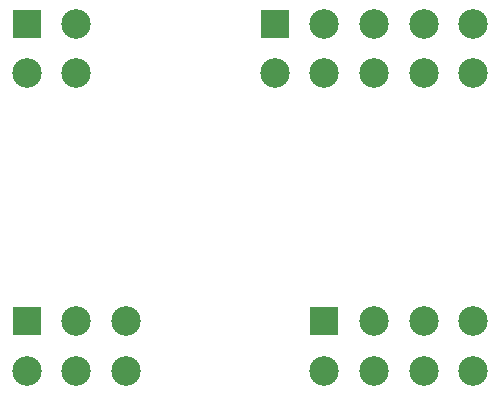
<source format=gts>
G04*
G04 #@! TF.GenerationSoftware,Altium Limited,Altium Designer,18.1.7 (191)*
G04*
G04 Layer_Color=8388736*
%FSLAX44Y44*%
%MOMM*%
G71*
G01*
G75*
%ADD11C,2.5032*%
%ADD12R,2.4301X2.4301*%
D11*
X1512000Y1470000D02*
D03*
X1470000D02*
D03*
X1428000D02*
D03*
X1512000Y1512000D02*
D03*
X1470000D02*
D03*
X1470000Y1722000D02*
D03*
X1428000D02*
D03*
X1470000Y1764000D02*
D03*
X1806000Y1722000D02*
D03*
X1764000D02*
D03*
X1680000Y1764000D02*
D03*
X1722000D02*
D03*
X1764000D02*
D03*
X1806000D02*
D03*
X1638000Y1722000D02*
D03*
X1680000D02*
D03*
X1722000D02*
D03*
Y1512000D02*
D03*
X1764000D02*
D03*
X1806000D02*
D03*
X1680000Y1470000D02*
D03*
X1722000D02*
D03*
X1764000D02*
D03*
X1806000D02*
D03*
D12*
X1428000Y1512000D02*
D03*
X1428000Y1764000D02*
D03*
X1638000D02*
D03*
X1680000Y1512000D02*
D03*
M02*

</source>
